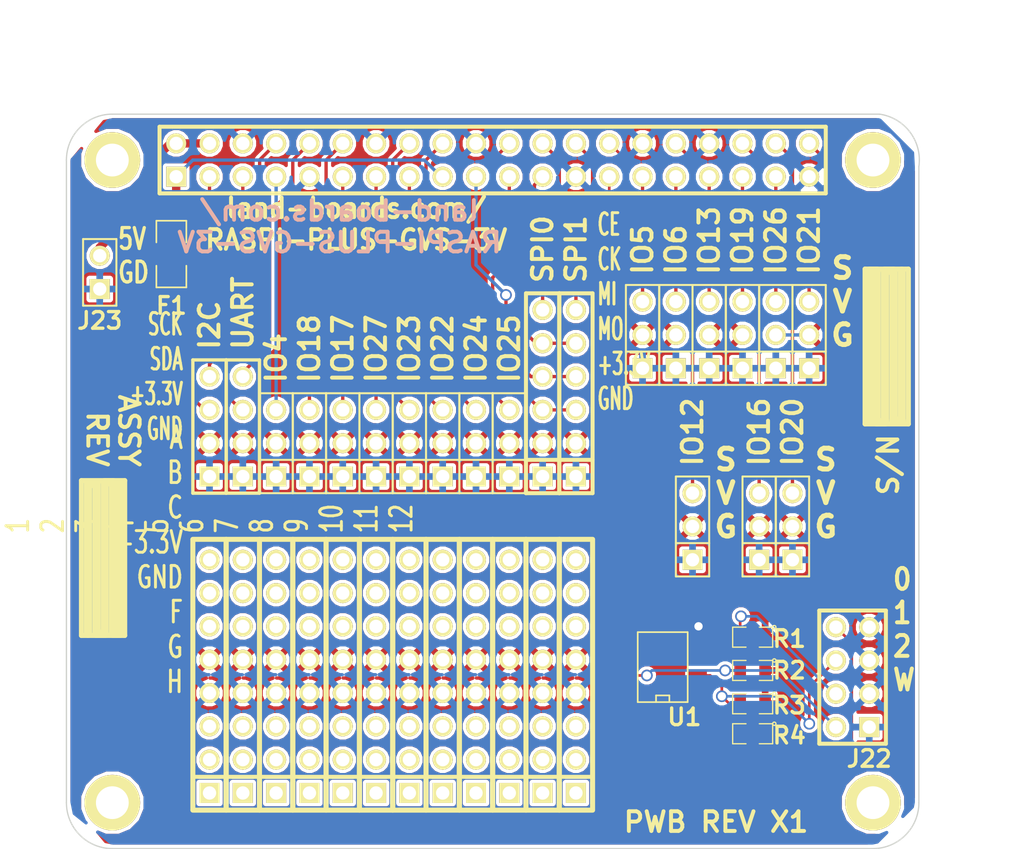
<source format=kicad_pcb>
(kicad_pcb (version 3) (host pcbnew "(2013-04-19 BZR 4011)-stable")
  (layers (15 F.Cu signal) (0 B.Cu signal hide) (20 B.SilkS user hide) (21 F.SilkS user) (22 B.Mask user) (23 F.Mask user) (28 Edge.Cuts user))
  (net 0 "")
  (net 1 /+3.3V)
  (net 2 /A0)
  (net 3 /A1)
  (net 4 /A2)
  (net 5 /GND)
  (net 6 /IO_12)
  (net 7 /IO_13)
  (net 8 /IO_16)
  (net 9 /IO_17)
  (net 10 /IO_18)
  (net 11 /IO_19)
  (net 12 /IO_20)
  (net 13 /IO_21)
  (net 14 /IO_22)
  (net 15 /IO_23)
  (net 16 /IO_24)
  (net 17 /IO_25)
  (net 18 /IO_26)
  (net 19 /IO_27)
  (net 20 /IO_4)
  (net 21 /IO_5)
  (net 22 /IO_6)
  (net 23 /RXD0)
  (net 24 /SCL)
  (net 25 /SCLK1)
  (net 26 /SDA)
  (net 27 /SDA1)
  (net 28 /SPICE0)
  (net 29 /SPICE1)
  (net 30 /SPIMISO)
  (net 31 /SPIMOSI)
  (net 32 /SPISCK)
  (net 33 /TXD0)
  (net 34 /WR)
  (net 35 N-0000083)
  (net 36 N-0000087)
  (module PIN_ARRAY_4x1 (layer F.Cu) (at 13.45 23.82 90)
    (fp_text reference J2 hide)
    (fp_text value CONN_4 hide)
    (pad 1 thru_hole rect (at -3.81 0 90) (size 1.524 1.524) (drill 1.016) (layers *.Cu *.Mask F.SilkS) (net 5 /GND))
    (pad 2 thru_hole circle (at -1.27 0 90) (size 1.524 1.524) (drill 1.016) (layers *.Cu *.Mask F.SilkS) (net 1 /+3.3V))
    (pad 3 thru_hole circle (at 1.27 0 90) (size 1.524 1.524) (drill 1.016) (layers *.Cu *.Mask F.SilkS) (net 33 /TXD0))
    (pad 4 thru_hole circle (at 3.81 0 90) (size 1.524 1.524) (drill 1.016) (layers *.Cu *.Mask F.SilkS) (net 23 /RXD0))
  )
  (module PIN_ARRAY_3X1 (layer F.Cu) (at 18.53 25.09 90)
    (fp_text reference J3 hide)
    (fp_text value CONN_3 hide)
    (pad 1 thru_hole rect (at -2.54 0 90) (size 1.524 1.524) (drill 1.016) (layers *.Cu *.Mask F.SilkS) (net 5 /GND))
    (pad 2 thru_hole circle (at 0 0 90) (size 1.524 1.524) (drill 1.016) (layers *.Cu *.Mask F.SilkS) (net 1 /+3.3V))
    (pad 3 thru_hole circle (at 2.54 0 90) (size 1.524 1.524) (drill 1.016) (layers *.Cu *.Mask F.SilkS) (net 10 /IO_18))
  )
  (module PIN_ARRAY_3X1 (layer F.Cu) (at 23.61 25.09 90)
    (fp_text reference J5 hide)
    (fp_text value CONN_3 hide)
    (pad 1 thru_hole rect (at -2.54 0 90) (size 1.524 1.524) (drill 1.016) (layers *.Cu *.Mask F.SilkS) (net 5 /GND))
    (pad 2 thru_hole circle (at 0 0 90) (size 1.524 1.524) (drill 1.016) (layers *.Cu *.Mask F.SilkS) (net 1 /+3.3V))
    (pad 3 thru_hole circle (at 2.54 0 90) (size 1.524 1.524) (drill 1.016) (layers *.Cu *.Mask F.SilkS) (net 19 /IO_27))
  )
  (module PIN_ARRAY_3X1 (layer F.Cu) (at 28.69 25.09 90)
    (fp_text reference J7 hide)
    (fp_text value CONN_3 hide)
    (pad 1 thru_hole rect (at -2.54 0 90) (size 1.524 1.524) (drill 1.016) (layers *.Cu *.Mask F.SilkS) (net 5 /GND))
    (pad 2 thru_hole circle (at 0 0 90) (size 1.524 1.524) (drill 1.016) (layers *.Cu *.Mask F.SilkS) (net 1 /+3.3V))
    (pad 3 thru_hole circle (at 2.54 0 90) (size 1.524 1.524) (drill 1.016) (layers *.Cu *.Mask F.SilkS) (net 14 /IO_22))
  )
  (module PIN_ARRAY_3X1 (layer F.Cu) (at 33.77 25.09 90)
    (fp_text reference J9 hide)
    (fp_text value CONN_3 hide)
    (pad 1 thru_hole rect (at -2.54 0 90) (size 1.524 1.524) (drill 1.016) (layers *.Cu *.Mask F.SilkS) (net 5 /GND))
    (pad 2 thru_hole circle (at 0 0 90) (size 1.524 1.524) (drill 1.016) (layers *.Cu *.Mask F.SilkS) (net 1 /+3.3V))
    (pad 3 thru_hole circle (at 2.54 0 90) (size 1.524 1.524) (drill 1.016) (layers *.Cu *.Mask F.SilkS) (net 17 /IO_25))
  )
  (module PIN_ARRAY_3X1 (layer F.Cu) (at 26.15 25.09 90)
    (fp_text reference J6 hide)
    (fp_text value CONN_3 hide)
    (pad 1 thru_hole rect (at -2.54 0 90) (size 1.524 1.524) (drill 1.016) (layers *.Cu *.Mask F.SilkS) (net 5 /GND))
    (pad 2 thru_hole circle (at 0 0 90) (size 1.524 1.524) (drill 1.016) (layers *.Cu *.Mask F.SilkS) (net 1 /+3.3V))
    (pad 3 thru_hole circle (at 2.54 0 90) (size 1.524 1.524) (drill 1.016) (layers *.Cu *.Mask F.SilkS) (net 15 /IO_23))
  )
  (module PIN_ARRAY_3X1 (layer F.Cu) (at 31.23 25.09 90)
    (fp_text reference J8 hide)
    (fp_text value CONN_3 hide)
    (pad 1 thru_hole rect (at -2.54 0 90) (size 1.524 1.524) (drill 1.016) (layers *.Cu *.Mask F.SilkS) (net 5 /GND))
    (pad 2 thru_hole circle (at 0 0 90) (size 1.524 1.524) (drill 1.016) (layers *.Cu *.Mask F.SilkS) (net 1 /+3.3V))
    (pad 3 thru_hole circle (at 2.54 0 90) (size 1.524 1.524) (drill 1.016) (layers *.Cu *.Mask F.SilkS) (net 16 /IO_24))
  )
  (module PIN_ARRAY-6X1 (layer F.Cu) (at 38.85 21.28 90)
    (fp_text reference J11 hide)
    (fp_text value CONN_6 hide)
    (pad 1 thru_hole rect (at -6.35 0 90) (size 1.524 1.524) (drill 1.016) (layers *.Cu *.Mask F.SilkS) (net 5 /GND))
    (pad 2 thru_hole circle (at -3.81 0 90) (size 1.524 1.524) (drill 1.016) (layers *.Cu *.Mask F.SilkS) (net 1 /+3.3V))
    (pad 3 thru_hole circle (at -1.27 0 90) (size 1.524 1.524) (drill 1.016) (layers *.Cu *.Mask F.SilkS) (net 31 /SPIMOSI))
    (pad 4 thru_hole circle (at 1.27 0 90) (size 1.524 1.524) (drill 1.016) (layers *.Cu *.Mask F.SilkS) (net 30 /SPIMISO))
    (pad 5 thru_hole circle (at 3.81 0 90) (size 1.524 1.524) (drill 1.016) (layers *.Cu *.Mask F.SilkS) (net 32 /SPISCK))
    (pad 6 thru_hole circle (at 6.35 0 90) (size 1.524 1.524) (drill 1.016) (layers *.Cu *.Mask F.SilkS) (net 29 /SPICE1))
  )
  (module PIN_ARRAY_4x1 (layer F.Cu) (at 10.91 23.82 90)
    (fp_text reference J1 hide)
    (fp_text value CONN_4 hide)
    (pad 1 thru_hole rect (at -3.81 0 90) (size 1.524 1.524) (drill 1.016) (layers *.Cu *.Mask F.SilkS) (net 5 /GND))
    (pad 2 thru_hole circle (at -1.27 0 90) (size 1.524 1.524) (drill 1.016) (layers *.Cu *.Mask F.SilkS) (net 1 /+3.3V))
    (pad 3 thru_hole circle (at 1.27 0 90) (size 1.524 1.524) (drill 1.016) (layers *.Cu *.Mask F.SilkS) (net 27 /SDA1))
    (pad 4 thru_hole circle (at 3.81 0 90) (size 1.524 1.524) (drill 1.016) (layers *.Cu *.Mask F.SilkS) (net 25 /SCLK1))
  )
  (module PIN_ARRAY_3X1 (layer F.Cu) (at 21.07 25.09 90)
    (fp_text reference J4 hide)
    (fp_text value CONN_3 hide)
    (pad 1 thru_hole rect (at -2.54 0 90) (size 1.524 1.524) (drill 1.016) (layers *.Cu *.Mask F.SilkS) (net 5 /GND))
    (pad 2 thru_hole circle (at 0 0 90) (size 1.524 1.524) (drill 1.016) (layers *.Cu *.Mask F.SilkS) (net 1 /+3.3V))
    (pad 3 thru_hole circle (at 2.54 0 90) (size 1.524 1.524) (drill 1.016) (layers *.Cu *.Mask F.SilkS) (net 9 /IO_17))
  )
  (module PIN_ARRAY-6X1 (layer F.Cu) (at 36.31 21.28 90)
    (fp_text reference J10 hide)
    (fp_text value CONN_6 hide)
    (pad 1 thru_hole rect (at -6.35 0 90) (size 1.524 1.524) (drill 1.016) (layers *.Cu *.Mask F.SilkS) (net 5 /GND))
    (pad 2 thru_hole circle (at -3.81 0 90) (size 1.524 1.524) (drill 1.016) (layers *.Cu *.Mask F.SilkS) (net 1 /+3.3V))
    (pad 3 thru_hole circle (at -1.27 0 90) (size 1.524 1.524) (drill 1.016) (layers *.Cu *.Mask F.SilkS) (net 31 /SPIMOSI))
    (pad 4 thru_hole circle (at 1.27 0 90) (size 1.524 1.524) (drill 1.016) (layers *.Cu *.Mask F.SilkS) (net 30 /SPIMISO))
    (pad 5 thru_hole circle (at 3.81 0 90) (size 1.524 1.524) (drill 1.016) (layers *.Cu *.Mask F.SilkS) (net 32 /SPISCK))
    (pad 6 thru_hole circle (at 6.35 0 90) (size 1.524 1.524) (drill 1.016) (layers *.Cu *.Mask F.SilkS) (net 28 /SPICE0))
  )
  (module SM1206 (layer F.Cu) (at 8.001 10.668 270)
    (fp_text reference F1 (at 3.937 0 360) (layer F.SilkS) (effects (font (size 1.27 1.27) (thickness 0.254))))
    (fp_text value FUSE hide)
    (pad 1 smd rect (at -1.651 0 270) (size 1.524 2.032) (layers F.Cu F.Mask) (net 36 N-0000087))
    (pad 2 smd rect (at 1.651 0 270) (size 1.524 2.032) (layers F.Cu F.Mask) (net 1 /+3.3V))
  )
  (module REV_BLOCK (layer F.Cu) (at 62.4205 17.272 270)
    (fp_text reference COUP?2 hide)
    (fp_text value COUPON hide)
  )
  (module REV_BLOCK (layer F.Cu) (at 2.921 34.29 90)
    (fp_text reference COUP?1 hide)
    (fp_text value COUPON hide)
  )
  (module PIN_ARRAY_3X1 (layer F.Cu) (at 43.93 16.835 90)
    (fp_text reference J12 hide)
    (fp_text value CONN_3 hide)
    (pad 1 thru_hole rect (at -2.54 0 90) (size 1.524 1.524) (drill 1.016) (layers *.Cu *.Mask F.SilkS) (net 5 /GND))
    (pad 2 thru_hole circle (at 0 0 90) (size 1.524 1.524) (drill 1.016) (layers *.Cu *.Mask F.SilkS) (net 1 /+3.3V))
    (pad 3 thru_hole circle (at 2.54 0 90) (size 1.524 1.524) (drill 1.016) (layers *.Cu *.Mask F.SilkS) (net 21 /IO_5))
  )
  (module PIN_ARRAY_3X1 (layer F.Cu) (at 46.47 16.835 90)
    (fp_text reference J13 hide)
    (fp_text value CONN_3 hide)
    (pad 1 thru_hole rect (at -2.54 0 90) (size 1.524 1.524) (drill 1.016) (layers *.Cu *.Mask F.SilkS) (net 5 /GND))
    (pad 2 thru_hole circle (at 0 0 90) (size 1.524 1.524) (drill 1.016) (layers *.Cu *.Mask F.SilkS) (net 1 /+3.3V))
    (pad 3 thru_hole circle (at 2.54 0 90) (size 1.524 1.524) (drill 1.016) (layers *.Cu *.Mask F.SilkS) (net 22 /IO_6))
  )
  (module PIN_ARRAY_3X1 (layer F.Cu) (at 49.01 16.835 90)
    (fp_text reference J14 hide)
    (fp_text value CONN_3 hide)
    (pad 1 thru_hole rect (at -2.54 0 90) (size 1.524 1.524) (drill 1.016) (layers *.Cu *.Mask F.SilkS) (net 5 /GND))
    (pad 2 thru_hole circle (at 0 0 90) (size 1.524 1.524) (drill 1.016) (layers *.Cu *.Mask F.SilkS) (net 1 /+3.3V))
    (pad 3 thru_hole circle (at 2.54 0 90) (size 1.524 1.524) (drill 1.016) (layers *.Cu *.Mask F.SilkS) (net 7 /IO_13))
  )
  (module PIN_ARRAY_3X1 (layer F.Cu) (at 51.55 16.835 90)
    (fp_text reference J15 hide)
    (fp_text value CONN_3 hide)
    (pad 1 thru_hole rect (at -2.54 0 90) (size 1.524 1.524) (drill 1.016) (layers *.Cu *.Mask F.SilkS) (net 5 /GND))
    (pad 2 thru_hole circle (at 0 0 90) (size 1.524 1.524) (drill 1.016) (layers *.Cu *.Mask F.SilkS) (net 1 /+3.3V))
    (pad 3 thru_hole circle (at 2.54 0 90) (size 1.524 1.524) (drill 1.016) (layers *.Cu *.Mask F.SilkS) (net 11 /IO_19))
  )
  (module PIN_ARRAY_3X1 (layer F.Cu) (at 54.09 16.835 90)
    (fp_text reference J16 hide)
    (fp_text value CONN_3 hide)
    (pad 1 thru_hole rect (at -2.54 0 90) (size 1.524 1.524) (drill 1.016) (layers *.Cu *.Mask F.SilkS) (net 5 /GND))
    (pad 2 thru_hole circle (at 0 0 90) (size 1.524 1.524) (drill 1.016) (layers *.Cu *.Mask F.SilkS) (net 1 /+3.3V))
    (pad 3 thru_hole circle (at 2.54 0 90) (size 1.524 1.524) (drill 1.016) (layers *.Cu *.Mask F.SilkS) (net 18 /IO_26))
  )
  (module PIN_ARRAY_3X1 (layer F.Cu) (at 47.74 31.44 90)
    (fp_text reference J18 hide)
    (fp_text value CONN_3 hide)
    (pad 1 thru_hole rect (at -2.54 0 90) (size 1.524 1.524) (drill 1.016) (layers *.Cu *.Mask F.SilkS) (net 5 /GND))
    (pad 2 thru_hole circle (at 0 0 90) (size 1.524 1.524) (drill 1.016) (layers *.Cu *.Mask F.SilkS) (net 1 /+3.3V))
    (pad 3 thru_hole circle (at 2.54 0 90) (size 1.524 1.524) (drill 1.016) (layers *.Cu *.Mask F.SilkS) (net 6 /IO_12))
  )
  (module PIN_ARRAY_3X1 (layer F.Cu) (at 52.82 31.44 90)
    (fp_text reference J19 hide)
    (fp_text value CONN_3 hide)
    (pad 1 thru_hole rect (at -2.54 0 90) (size 1.524 1.524) (drill 1.016) (layers *.Cu *.Mask F.SilkS) (net 5 /GND))
    (pad 2 thru_hole circle (at 0 0 90) (size 1.524 1.524) (drill 1.016) (layers *.Cu *.Mask F.SilkS) (net 1 /+3.3V))
    (pad 3 thru_hole circle (at 2.54 0 90) (size 1.524 1.524) (drill 1.016) (layers *.Cu *.Mask F.SilkS) (net 8 /IO_16))
  )
  (module PIN_ARRAY_3X1 (layer F.Cu) (at 55.36 31.44 90)
    (fp_text reference J20 hide)
    (fp_text value CONN_3 hide)
    (pad 1 thru_hole rect (at -2.54 0 90) (size 1.524 1.524) (drill 1.016) (layers *.Cu *.Mask F.SilkS) (net 5 /GND))
    (pad 2 thru_hole circle (at 0 0 90) (size 1.524 1.524) (drill 1.016) (layers *.Cu *.Mask F.SilkS) (net 1 /+3.3V))
    (pad 3 thru_hole circle (at 2.54 0 90) (size 1.524 1.524) (drill 1.016) (layers *.Cu *.Mask F.SilkS) (net 12 /IO_20))
  )
  (module PIN_ARRAY_3X1 (layer F.Cu) (at 56.63 16.835 90)
    (fp_text reference J17 hide)
    (fp_text value CONN_3 hide)
    (pad 1 thru_hole rect (at -2.54 0 90) (size 1.524 1.524) (drill 1.016) (layers *.Cu *.Mask F.SilkS) (net 5 /GND))
    (pad 2 thru_hole circle (at 0 0 90) (size 1.524 1.524) (drill 1.016) (layers *.Cu *.Mask F.SilkS) (net 1 /+3.3V))
    (pad 3 thru_hole circle (at 2.54 0 90) (size 1.524 1.524) (drill 1.016) (layers *.Cu *.Mask F.SilkS) (net 13 /IO_21))
  )
  (module PIN_ARRAY_20X2 (layer F.Cu) (at 32.5 3.5)
    (fp_text reference J24 hide)
    (fp_text value RASPIOPLUS hide)
    (pad 1 thru_hole rect (at -24.13 1.27) (size 1.524 1.524) (drill 1.016) (layers *.Cu *.Mask F.SilkS) (net 36 N-0000087))
    (pad 2 thru_hole circle (at -24.13 -1.27) (size 1.524 1.524) (drill 1.016) (layers *.Cu *.Mask F.SilkS) (net 35 N-0000083))
    (pad 11 thru_hole circle (at -11.43 1.27) (size 1.524 1.524) (drill 1.016) (layers *.Cu *.Mask F.SilkS) (net 9 /IO_17))
    (pad 4 thru_hole circle (at -21.59 -1.27) (size 1.524 1.524) (drill 1.016) (layers *.Cu *.Mask F.SilkS) (net 35 N-0000083))
    (pad 13 thru_hole circle (at -8.89 1.27) (size 1.524 1.524) (drill 1.016) (layers *.Cu *.Mask F.SilkS) (net 19 /IO_27))
    (pad 6 thru_hole circle (at -19.05 -1.27) (size 1.524 1.524) (drill 1.016) (layers *.Cu *.Mask F.SilkS) (net 5 /GND))
    (pad 15 thru_hole circle (at -6.35 1.27) (size 1.524 1.524) (drill 1.016) (layers *.Cu *.Mask F.SilkS) (net 14 /IO_22))
    (pad 8 thru_hole circle (at -16.51 -1.27) (size 1.524 1.524) (drill 1.016) (layers *.Cu *.Mask F.SilkS) (net 33 /TXD0))
    (pad 17 thru_hole circle (at -3.81 1.27) (size 1.524 1.524) (drill 1.016) (layers *.Cu *.Mask F.SilkS) (net 36 N-0000087))
    (pad 10 thru_hole circle (at -13.97 -1.27) (size 1.524 1.524) (drill 1.016) (layers *.Cu *.Mask F.SilkS) (net 23 /RXD0))
    (pad 19 thru_hole circle (at -1.27 1.27) (size 1.524 1.524) (drill 1.016) (layers *.Cu *.Mask F.SilkS) (net 31 /SPIMOSI))
    (pad 12 thru_hole circle (at -11.43 -1.27) (size 1.524 1.524) (drill 1.016) (layers *.Cu *.Mask F.SilkS) (net 10 /IO_18))
    (pad 21 thru_hole circle (at 1.27 1.27) (size 1.524 1.524) (drill 1.016) (layers *.Cu *.Mask F.SilkS) (net 30 /SPIMISO))
    (pad 14 thru_hole circle (at -8.89 -1.27) (size 1.524 1.524) (drill 1.016) (layers *.Cu *.Mask F.SilkS) (net 5 /GND))
    (pad 23 thru_hole circle (at 3.81 1.27) (size 1.524 1.524) (drill 1.016) (layers *.Cu *.Mask F.SilkS) (net 32 /SPISCK))
    (pad 16 thru_hole circle (at -6.35 -1.27) (size 1.524 1.524) (drill 1.016) (layers *.Cu *.Mask F.SilkS) (net 15 /IO_23))
    (pad 25 thru_hole circle (at 6.35 1.27) (size 1.524 1.524) (drill 1.016) (layers *.Cu *.Mask F.SilkS) (net 5 /GND))
    (pad 18 thru_hole circle (at -3.81 -1.27) (size 1.524 1.524) (drill 1.016) (layers *.Cu *.Mask F.SilkS) (net 16 /IO_24))
    (pad 27 thru_hole circle (at 8.89 1.27) (size 1.524 1.524) (drill 1.016) (layers *.Cu *.Mask F.SilkS) (net 26 /SDA))
    (pad 20 thru_hole circle (at -1.27 -1.27) (size 1.524 1.524) (drill 1.016) (layers *.Cu *.Mask F.SilkS) (net 5 /GND))
    (pad 29 thru_hole circle (at 11.43 1.27) (size 1.524 1.524) (drill 1.016) (layers *.Cu *.Mask F.SilkS) (net 21 /IO_5))
    (pad 22 thru_hole circle (at 1.27 -1.27) (size 1.524 1.524) (drill 1.016) (layers *.Cu *.Mask F.SilkS) (net 17 /IO_25))
    (pad 31 thru_hole circle (at 13.97 1.27) (size 1.524 1.524) (drill 1.016) (layers *.Cu *.Mask F.SilkS) (net 22 /IO_6))
    (pad 24 thru_hole circle (at 3.81 -1.27) (size 1.524 1.524) (drill 1.016) (layers *.Cu *.Mask F.SilkS) (net 28 /SPICE0))
    (pad 26 thru_hole circle (at 6.35 -1.27) (size 1.524 1.524) (drill 1.016) (layers *.Cu *.Mask F.SilkS) (net 29 /SPICE1))
    (pad 33 thru_hole circle (at 16.51 1.27) (size 1.524 1.524) (drill 1.016) (layers *.Cu *.Mask F.SilkS) (net 7 /IO_13))
    (pad 28 thru_hole circle (at 8.89 -1.27) (size 1.524 1.524) (drill 1.016) (layers *.Cu *.Mask F.SilkS) (net 24 /SCL))
    (pad 32 thru_hole circle (at 13.97 -1.27) (size 1.524 1.524) (drill 1.016) (layers *.Cu *.Mask F.SilkS) (net 6 /IO_12))
    (pad 34 thru_hole circle (at 16.51 -1.27) (size 1.524 1.524) (drill 1.016) (layers *.Cu *.Mask F.SilkS) (net 5 /GND))
    (pad 36 thru_hole circle (at 19.05 -1.27) (size 1.524 1.524) (drill 1.016) (layers *.Cu *.Mask F.SilkS) (net 8 /IO_16))
    (pad 38 thru_hole circle (at 21.59 -1.27) (size 1.524 1.524) (drill 1.016) (layers *.Cu *.Mask F.SilkS) (net 12 /IO_20))
    (pad 35 thru_hole circle (at 19.05 1.27) (size 1.524 1.524) (drill 1.016) (layers *.Cu *.Mask F.SilkS) (net 11 /IO_19))
    (pad 37 thru_hole circle (at 21.59 1.27) (size 1.524 1.524) (drill 1.016) (layers *.Cu *.Mask F.SilkS) (net 18 /IO_26))
    (pad 3 thru_hole circle (at -21.59 1.27) (size 1.524 1.524) (drill 1.016) (layers *.Cu *.Mask F.SilkS) (net 27 /SDA1))
    (pad 5 thru_hole circle (at -19.05 1.27) (size 1.524 1.524) (drill 1.016) (layers *.Cu *.Mask F.SilkS) (net 25 /SCLK1))
    (pad 7 thru_hole circle (at -16.51 1.27) (size 1.524 1.524) (drill 1.016) (layers *.Cu *.Mask F.SilkS) (net 20 /IO_4))
    (pad 9 thru_hole circle (at -13.97 1.27) (size 1.524 1.524) (drill 1.016) (layers *.Cu *.Mask F.SilkS) (net 5 /GND))
    (pad 39 thru_hole circle (at 24.13 1.27) (size 1.524 1.524) (drill 1.016) (layers *.Cu *.Mask F.SilkS) (net 5 /GND))
    (pad 40 thru_hole circle (at 24.13 -1.27) (size 1.524 1.524) (drill 1.016) (layers *.Cu *.Mask F.SilkS) (net 13 /IO_21))
    (pad 30 thru_hole circle (at 11.43 -1.27) (size 1.524 1.524) (drill 1.016) (layers *.Cu *.Mask F.SilkS) (net 5 /GND))
  )
  (module MTG-2.5MM (layer F.Cu) (at 61.5 52.5)
    (fp_text reference MTG4 hide)
    (fp_text value CONN_1 hide)
    (pad 1 thru_hole circle (at 0 0) (size 4.2418 4.2418) (drill 2.49936) (layers *.Cu *.Mask F.SilkS))
  )
  (module MTG-2.5MM (layer F.Cu) (at 3.5 52.5)
    (fp_text reference MTG3 hide)
    (fp_text value CONN_1 hide)
    (pad 1 thru_hole circle (at 0 0) (size 4.2418 4.2418) (drill 2.49936) (layers *.Cu *.Mask F.SilkS))
  )
  (module MTG-2.5MM (layer F.Cu) (at 61.5 3.5)
    (fp_text reference MTG2 hide)
    (fp_text value CONN_1 hide)
    (pad 1 thru_hole circle (at 0 0) (size 4.2418 4.2418) (drill 2.49936) (layers *.Cu *.Mask F.SilkS))
  )
  (module MTG-2.5MM (layer F.Cu) (at 3.5 3.5)
    (fp_text reference MTG1 hide)
    (fp_text value CONN_1 hide)
    (pad 1 thru_hole circle (at 0 0) (size 4.2418 4.2418) (drill 2.49936) (layers *.Cu *.Mask F.SilkS))
  )
  (module PIN_ARRAY_3X1 (layer F.Cu) (at 15.99 25.09 90)
    (fp_text reference J21 hide)
    (fp_text value CONN_3 hide)
    (pad 1 thru_hole rect (at -2.54 0 90) (size 1.524 1.524) (drill 1.016) (layers *.Cu *.Mask F.SilkS) (net 5 /GND))
    (pad 2 thru_hole circle (at 0 0 90) (size 1.524 1.524) (drill 1.016) (layers *.Cu *.Mask F.SilkS) (net 1 /+3.3V))
    (pad 3 thru_hole circle (at 2.54 0 90) (size 1.524 1.524) (drill 1.016) (layers *.Cu *.Mask F.SilkS) (net 20 /IO_4))
  )
  (module PIN_ARRAY-8X1 (layer F.Cu) (at 10.91 42.87 90)
    (fp_text reference P1 hide)
    (fp_text value CONN_8 hide)
    (pad 6 thru_hole circle (at 3.81 0 90) (size 1.524 1.524) (drill 1.016) (layers *.Cu *.Mask F.SilkS))
    (pad 5 thru_hole circle (at 1.27 0 90) (size 1.524 1.524) (drill 1.016) (layers *.Cu *.Mask F.SilkS) (net 1 /+3.3V))
    (pad 1 thru_hole rect (at -8.89 0 90) (size 1.524 1.524) (drill 1.016) (layers *.Cu *.Mask F.SilkS))
    (pad 2 thru_hole circle (at -6.35 0 90) (size 1.524 1.524) (drill 1.016) (layers *.Cu *.Mask F.SilkS))
    (pad 3 thru_hole circle (at -3.81 0 90) (size 1.524 1.524) (drill 1.016) (layers *.Cu *.Mask F.SilkS))
    (pad 4 thru_hole circle (at -1.27 0 90) (size 1.524 1.524) (drill 1.016) (layers *.Cu *.Mask F.SilkS) (net 5 /GND))
    (pad 7 thru_hole circle (at 6.35 0 90) (size 1.524 1.524) (drill 1.016) (layers *.Cu *.Mask F.SilkS))
    (pad 8 thru_hole circle (at 8.89 0 90) (size 1.524 1.524) (drill 1.016) (layers *.Cu *.Mask F.SilkS))
  )
  (module PIN_ARRAY-8X1 (layer F.Cu) (at 13.45 42.87 90)
    (fp_text reference P2 hide)
    (fp_text value CONN_8 hide)
    (pad 6 thru_hole circle (at 3.81 0 90) (size 1.524 1.524) (drill 1.016) (layers *.Cu *.Mask F.SilkS))
    (pad 5 thru_hole circle (at 1.27 0 90) (size 1.524 1.524) (drill 1.016) (layers *.Cu *.Mask F.SilkS) (net 1 /+3.3V))
    (pad 1 thru_hole rect (at -8.89 0 90) (size 1.524 1.524) (drill 1.016) (layers *.Cu *.Mask F.SilkS))
    (pad 2 thru_hole circle (at -6.35 0 90) (size 1.524 1.524) (drill 1.016) (layers *.Cu *.Mask F.SilkS))
    (pad 3 thru_hole circle (at -3.81 0 90) (size 1.524 1.524) (drill 1.016) (layers *.Cu *.Mask F.SilkS))
    (pad 4 thru_hole circle (at -1.27 0 90) (size 1.524 1.524) (drill 1.016) (layers *.Cu *.Mask F.SilkS) (net 5 /GND))
    (pad 7 thru_hole circle (at 6.35 0 90) (size 1.524 1.524) (drill 1.016) (layers *.Cu *.Mask F.SilkS))
    (pad 8 thru_hole circle (at 8.89 0 90) (size 1.524 1.524) (drill 1.016) (layers *.Cu *.Mask F.SilkS))
  )
  (module PIN_ARRAY-8X1 (layer F.Cu) (at 15.99 42.87 90)
    (fp_text reference P3 hide)
    (fp_text value CONN_8 hide)
    (pad 6 thru_hole circle (at 3.81 0 90) (size 1.524 1.524) (drill 1.016) (layers *.Cu *.Mask F.SilkS))
    (pad 5 thru_hole circle (at 1.27 0 90) (size 1.524 1.524) (drill 1.016) (layers *.Cu *.Mask F.SilkS) (net 1 /+3.3V))
    (pad 1 thru_hole rect (at -8.89 0 90) (size 1.524 1.524) (drill 1.016) (layers *.Cu *.Mask F.SilkS))
    (pad 2 thru_hole circle (at -6.35 0 90) (size 1.524 1.524) (drill 1.016) (layers *.Cu *.Mask F.SilkS))
    (pad 3 thru_hole circle (at -3.81 0 90) (size 1.524 1.524) (drill 1.016) (layers *.Cu *.Mask F.SilkS))
    (pad 4 thru_hole circle (at -1.27 0 90) (size 1.524 1.524) (drill 1.016) (layers *.Cu *.Mask F.SilkS) (net 5 /GND))
    (pad 7 thru_hole circle (at 6.35 0 90) (size 1.524 1.524) (drill 1.016) (layers *.Cu *.Mask F.SilkS))
    (pad 8 thru_hole circle (at 8.89 0 90) (size 1.524 1.524) (drill 1.016) (layers *.Cu *.Mask F.SilkS))
  )
  (module PIN_ARRAY-8X1 (layer F.Cu) (at 18.53 42.87 90)
    (fp_text reference P4 hide)
    (fp_text value CONN_8 hide)
    (pad 6 thru_hole circle (at 3.81 0 90) (size 1.524 1.524) (drill 1.016) (layers *.Cu *.Mask F.SilkS))
    (pad 5 thru_hole circle (at 1.27 0 90) (size 1.524 1.524) (drill 1.016) (layers *.Cu *.Mask F.SilkS) (net 1 /+3.3V))
    (pad 1 thru_hole rect (at -8.89 0 90) (size 1.524 1.524) (drill 1.016) (layers *.Cu *.Mask F.SilkS))
    (pad 2 thru_hole circle (at -6.35 0 90) (size 1.524 1.524) (drill 1.016) (layers *.Cu *.Mask F.SilkS))
    (pad 3 thru_hole circle (at -3.81 0 90) (size 1.524 1.524) (drill 1.016) (layers *.Cu *.Mask F.SilkS))
    (pad 4 thru_hole circle (at -1.27 0 90) (size 1.524 1.524) (drill 1.016) (layers *.Cu *.Mask F.SilkS) (net 5 /GND))
    (pad 7 thru_hole circle (at 6.35 0 90) (size 1.524 1.524) (drill 1.016) (layers *.Cu *.Mask F.SilkS))
    (pad 8 thru_hole circle (at 8.89 0 90) (size 1.524 1.524) (drill 1.016) (layers *.Cu *.Mask F.SilkS))
  )
  (module PIN_ARRAY-8X1 (layer F.Cu) (at 21.07 42.87 90)
    (fp_text reference P5 hide)
    (fp_text value CONN_8 hide)
    (pad 6 thru_hole circle (at 3.81 0 90) (size 1.524 1.524) (drill 1.016) (layers *.Cu *.Mask F.SilkS))
    (pad 5 thru_hole circle (at 1.27 0 90) (size 1.524 1.524) (drill 1.016) (layers *.Cu *.Mask F.SilkS) (net 1 /+3.3V))
    (pad 1 thru_hole rect (at -8.89 0 90) (size 1.524 1.524) (drill 1.016) (layers *.Cu *.Mask F.SilkS))
    (pad 2 thru_hole circle (at -6.35 0 90) (size 1.524 1.524) (drill 1.016) (layers *.Cu *.Mask F.SilkS))
    (pad 3 thru_hole circle (at -3.81 0 90) (size 1.524 1.524) (drill 1.016) (layers *.Cu *.Mask F.SilkS))
    (pad 4 thru_hole circle (at -1.27 0 90) (size 1.524 1.524) (drill 1.016) (layers *.Cu *.Mask F.SilkS) (net 5 /GND))
    (pad 7 thru_hole circle (at 6.35 0 90) (size 1.524 1.524) (drill 1.016) (layers *.Cu *.Mask F.SilkS))
    (pad 8 thru_hole circle (at 8.89 0 90) (size 1.524 1.524) (drill 1.016) (layers *.Cu *.Mask F.SilkS))
  )
  (module PIN_ARRAY-8X1 (layer F.Cu) (at 23.61 42.87 90)
    (fp_text reference P6 hide)
    (fp_text value CONN_8 hide)
    (pad 6 thru_hole circle (at 3.81 0 90) (size 1.524 1.524) (drill 1.016) (layers *.Cu *.Mask F.SilkS))
    (pad 5 thru_hole circle (at 1.27 0 90) (size 1.524 1.524) (drill 1.016) (layers *.Cu *.Mask F.SilkS) (net 1 /+3.3V))
    (pad 1 thru_hole rect (at -8.89 0 90) (size 1.524 1.524) (drill 1.016) (layers *.Cu *.Mask F.SilkS))
    (pad 2 thru_hole circle (at -6.35 0 90) (size 1.524 1.524) (drill 1.016) (layers *.Cu *.Mask F.SilkS))
    (pad 3 thru_hole circle (at -3.81 0 90) (size 1.524 1.524) (drill 1.016) (layers *.Cu *.Mask F.SilkS))
    (pad 4 thru_hole circle (at -1.27 0 90) (size 1.524 1.524) (drill 1.016) (layers *.Cu *.Mask F.SilkS) (net 5 /GND))
    (pad 7 thru_hole circle (at 6.35 0 90) (size 1.524 1.524) (drill 1.016) (layers *.Cu *.Mask F.SilkS))
    (pad 8 thru_hole circle (at 8.89 0 90) (size 1.524 1.524) (drill 1.016) (layers *.Cu *.Mask F.SilkS))
  )
  (module PIN_ARRAY-8X1 (layer F.Cu) (at 26.15 42.87 90)
    (fp_text reference P7 hide)
    (fp_text value CONN_8 hide)
    (pad 6 thru_hole circle (at 3.81 0 90) (size 1.524 1.524) (drill 1.016) (layers *.Cu *.Mask F.SilkS))
    (pad 5 thru_hole circle (at 1.27 0 90) (size 1.524 1.524) (drill 1.016) (layers *.Cu *.Mask F.SilkS) (net 1 /+3.3V))
    (pad 1 thru_hole rect (at -8.89 0 90) (size 1.524 1.524) (drill 1.016) (layers *.Cu *.Mask F.SilkS))
    (pad 2 thru_hole circle (at -6.35 0 90) (size 1.524 1.524) (drill 1.016) (layers *.Cu *.Mask F.SilkS))
    (pad 3 thru_hole circle (at -3.81 0 90) (size 1.524 1.524) (drill 1.016) (layers *.Cu *.Mask F.SilkS))
    (pad 4 thru_hole circle (at -1.27 0 90) (size 1.524 1.524) (drill 1.016) (layers *.Cu *.Mask F.SilkS) (net 5 /GND))
    (pad 7 thru_hole circle (at 6.35 0 90) (size 1.524 1.524) (drill 1.016) (layers *.Cu *.Mask F.SilkS))
    (pad 8 thru_hole circle (at 8.89 0 90) (size 1.524 1.524) (drill 1.016) (layers *.Cu *.Mask F.SilkS))
  )
  (module PIN_ARRAY-8X1 (layer F.Cu) (at 28.69 42.87 90)
    (fp_text reference P8 hide)
    (fp_text value CONN_8 hide)
    (pad 6 thru_hole circle (at 3.81 0 90) (size 1.524 1.524) (drill 1.016) (layers *.Cu *.Mask F.SilkS))
    (pad 5 thru_hole circle (at 1.27 0 90) (size 1.524 1.524) (drill 1.016) (layers *.Cu *.Mask F.SilkS) (net 1 /+3.3V))
    (pad 1 thru_hole rect (at -8.89 0 90) (size 1.524 1.524) (drill 1.016) (layers *.Cu *.Mask F.SilkS))
    (pad 2 thru_hole circle (at -6.35 0 90) (size 1.524 1.524) (drill 1.016) (layers *.Cu *.Mask F.SilkS))
    (pad 3 thru_hole circle (at -3.81 0 90) (size 1.524 1.524) (drill 1.016) (layers *.Cu *.Mask F.SilkS))
    (pad 4 thru_hole circle (at -1.27 0 90) (size 1.524 1.524) (drill 1.016) (layers *.Cu *.Mask F.SilkS) (net 5 /GND))
    (pad 7 thru_hole circle (at 6.35 0 90) (size 1.524 1.524) (drill 1.016) (layers *.Cu *.Mask F.SilkS))
    (pad 8 thru_hole circle (at 8.89 0 90) (size 1.524 1.524) (drill 1.016) (layers *.Cu *.Mask F.SilkS))
  )
  (module PIN_ARRAY-8X1 (layer F.Cu) (at 31.23 42.87 90)
    (fp_text reference P9 hide)
    (fp_text value CONN_8 hide)
    (pad 6 thru_hole circle (at 3.81 0 90) (size 1.524 1.524) (drill 1.016) (layers *.Cu *.Mask F.SilkS))
    (pad 5 thru_hole circle (at 1.27 0 90) (size 1.524 1.524) (drill 1.016) (layers *.Cu *.Mask F.SilkS) (net 1 /+3.3V))
    (pad 1 thru_hole rect (at -8.89 0 90) (size 1.524 1.524) (drill 1.016) (layers *.Cu *.Mask F.SilkS))
    (pad 2 thru_hole circle (at -6.35 0 90) (size 1.524 1.524) (drill 1.016) (layers *.Cu *.Mask F.SilkS))
    (pad 3 thru_hole circle (at -3.81 0 90) (size 1.524 1.524) (drill 1.016) (layers *.Cu *.Mask F.SilkS))
    (pad 4 thru_hole circle (at -1.27 0 90) (size 1.524 1.524) (drill 1.016) (layers *.Cu *.Mask F.SilkS) (net 5 /GND))
    (pad 7 thru_hole circle (at 6.35 0 90) (size 1.524 1.524) (drill 1.016) (layers *.Cu *.Mask F.SilkS))
    (pad 8 thru_hole circle (at 8.89 0 90) (size 1.524 1.524) (drill 1.016) (layers *.Cu *.Mask F.SilkS))
  )
  (module PIN_ARRAY-8X1 (layer F.Cu) (at 33.77 42.87 90)
    (fp_text reference P10 hide)
    (fp_text value CONN_8 hide)
    (pad 6 thru_hole circle (at 3.81 0 90) (size 1.524 1.524) (drill 1.016) (layers *.Cu *.Mask F.SilkS))
    (pad 5 thru_hole circle (at 1.27 0 90) (size 1.524 1.524) (drill 1.016) (layers *.Cu *.Mask F.SilkS) (net 1 /+3.3V))
    (pad 1 thru_hole rect (at -8.89 0 90) (size 1.524 1.524) (drill 1.016) (layers *.Cu *.Mask F.SilkS))
    (pad 2 thru_hole circle (at -6.35 0 90) (size 1.524 1.524) (drill 1.016) (layers *.Cu *.Mask F.SilkS))
    (pad 3 thru_hole circle (at -3.81 0 90) (size 1.524 1.524) (drill 1.016) (layers *.Cu *.Mask F.SilkS))
    (pad 4 thru_hole circle (at -1.27 0 90) (size 1.524 1.524) (drill 1.016) (layers *.Cu *.Mask F.SilkS) (net 5 /GND))
    (pad 7 thru_hole circle (at 6.35 0 90) (size 1.524 1.524) (drill 1.016) (layers *.Cu *.Mask F.SilkS))
    (pad 8 thru_hole circle (at 8.89 0 90) (size 1.524 1.524) (drill 1.016) (layers *.Cu *.Mask F.SilkS))
  )
  (module PIN_ARRAY-8X1 (layer F.Cu) (at 36.31 42.87 90)
    (fp_text reference P11 hide)
    (fp_text value CONN_8 hide)
    (pad 6 thru_hole circle (at 3.81 0 90) (size 1.524 1.524) (drill 1.016) (layers *.Cu *.Mask F.SilkS))
    (pad 5 thru_hole circle (at 1.27 0 90) (size 1.524 1.524) (drill 1.016) (layers *.Cu *.Mask F.SilkS) (net 1 /+3.3V))
    (pad 1 thru_hole rect (at -8.89 0 90) (size 1.524 1.524) (drill 1.016) (layers *.Cu *.Mask F.SilkS))
    (pad 2 thru_hole circle (at -6.35 0 90) (size 1.524 1.524) (drill 1.016) (layers *.Cu *.Mask F.SilkS))
    (pad 3 thru_hole circle (at -3.81 0 90) (size 1.524 1.524) (drill 1.016) (layers *.Cu *.Mask F.SilkS))
    (pad 4 thru_hole circle (at -1.27 0 90) (size 1.524 1.524) (drill 1.016) (layers *.Cu *.Mask F.SilkS) (net 5 /GND))
    (pad 7 thru_hole circle (at 6.35 0 90) (size 1.524 1.524) (drill 1.016) (layers *.Cu *.Mask F.SilkS))
    (pad 8 thru_hole circle (at 8.89 0 90) (size 1.524 1.524) (drill 1.016) (layers *.Cu *.Mask F.SilkS))
  )
  (module PIN_ARRAY-8X1 (layer F.Cu) (at 38.85 42.87 90)
    (fp_text reference P12 hide)
    (fp_text value CONN_8 hide)
    (pad 6 thru_hole circle (at 3.81 0 90) (size 1.524 1.524) (drill 1.016) (layers *.Cu *.Mask F.SilkS))
    (pad 5 thru_hole circle (at 1.27 0 90) (size 1.524 1.524) (drill 1.016) (layers *.Cu *.Mask F.SilkS) (net 1 /+3.3V))
    (pad 1 thru_hole rect (at -8.89 0 90) (size 1.524 1.524) (drill 1.016) (layers *.Cu *.Mask F.SilkS))
    (pad 2 thru_hole circle (at -6.35 0 90) (size 1.524 1.524) (drill 1.016) (layers *.Cu *.Mask F.SilkS))
    (pad 3 thru_hole circle (at -3.81 0 90) (size 1.524 1.524) (drill 1.016) (layers *.Cu *.Mask F.SilkS))
    (pad 4 thru_hole circle (at -1.27 0 90) (size 1.524 1.524) (drill 1.016) (layers *.Cu *.Mask F.SilkS) (net 5 /GND))
    (pad 7 thru_hole circle (at 6.35 0 90) (size 1.524 1.524) (drill 1.016) (layers *.Cu *.Mask F.SilkS))
    (pad 8 thru_hole circle (at 8.89 0 90) (size 1.524 1.524) (drill 1.016) (layers *.Cu *.Mask F.SilkS))
  )
  (module SM0805 (layer F.Cu) (at 52.324 39.878 180)
    (fp_text reference R1 (at -2.794 -0.127 180) (layer F.SilkS) (effects (font (size 1.27 1.27) (thickness 0.254))))
    (fp_text value 5.6K hide)
    (pad 1 smd rect (at -0.9525 0 180) (size 0.889 1.397) (layers F.Cu F.Mask) (net 1 /+3.3V))
    (pad 2 smd rect (at 0.9525 0 180) (size 0.889 1.397) (layers F.Cu F.Mask) (net 4 /A2))
  )
  (module SM0805 (layer F.Cu) (at 52.324 44.958 180)
    (fp_text reference R3 (at -2.794 -0.127 180) (layer F.SilkS) (effects (font (size 1.27 1.27) (thickness 0.254))))
    (fp_text value 5.6K hide)
    (pad 1 smd rect (at -0.9525 0 180) (size 0.889 1.397) (layers F.Cu F.Mask) (net 1 /+3.3V))
    (pad 2 smd rect (at 0.9525 0 180) (size 0.889 1.397) (layers F.Cu F.Mask) (net 3 /A1))
  )
  (module SM0805 (layer F.Cu) (at 52.324 47.244 180)
    (fp_text reference R4 (at -2.794 -0.127 180) (layer F.SilkS) (effects (font (size 1.27 1.27) (thickness 0.254))))
    (fp_text value 5.6K hide)
    (pad 1 smd rect (at -0.9525 0 180) (size 0.889 1.397) (layers F.Cu F.Mask) (net 1 /+3.3V))
    (pad 2 smd rect (at 0.9525 0 180) (size 0.889 1.397) (layers F.Cu F.Mask) (net 2 /A0))
  )
  (module SM0805 (layer F.Cu) (at 52.324 42.418 180)
    (fp_text reference R2 (at -2.794 0 180) (layer F.SilkS) (effects (font (size 1.27 1.27) (thickness 0.254))))
    (fp_text value 5.6K hide)
    (pad 1 smd rect (at -0.9525 0 180) (size 0.889 1.397) (layers F.Cu F.Mask) (net 1 /+3.3V))
    (pad 2 smd rect (at 0.9525 0 180) (size 0.889 1.397) (layers F.Cu F.Mask) (net 34 /WR))
  )
  (module SO8E (layer F.Cu) (at 45.466 42.164 90)
    (fp_text reference U1 (at -3.81 1.651 180) (layer F.SilkS) (effects (font (size 1.27 1.27) (thickness 0.254))))
    (fp_text value 24C512 hide)
    (pad 8 smd rect (at -1.905 -2.667 90) (size 0.59944 1.39954) (layers F.Cu F.Mask) (net 1 /+3.3V))
    (pad 1 smd rect (at -1.905 2.667 90) (size 0.59944 1.39954) (layers F.Cu F.Mask) (net 2 /A0))
    (pad 7 smd rect (at -0.635 -2.667 90) (size 0.59944 1.39954) (layers F.Cu F.Mask) (net 34 /WR))
    (pad 6 smd rect (at 0.635 -2.667 90) (size 0.59944 1.39954) (layers F.Cu F.Mask) (net 24 /SCL))
    (pad 5 smd rect (at 1.905 -2.667 90) (size 0.59944 1.39954) (layers F.Cu F.Mask) (net 26 /SDA))
    (pad 2 smd rect (at -0.635 2.667 90) (size 0.59944 1.39954) (layers F.Cu F.Mask) (net 3 /A1))
    (pad 3 smd rect (at 0.635 2.667 90) (size 0.59944 1.39954) (layers F.Cu F.Mask) (net 4 /A2))
    (pad 4 smd rect (at 1.905 2.667 90) (size 0.59944 1.39954) (layers F.Cu F.Mask) (net 5 /GND))
  )
  (module pin_array_4x2 (layer F.Cu) (at 59.944 42.926 90)
    (fp_text reference J22 (at -6.223 1.27 180) (layer F.SilkS) (effects (font (size 1.27 1.27) (thickness 0.254))))
    (fp_text value CONN_4X2 hide)
    (pad 1 thru_hole rect (at -3.81 1.27 90) (size 1.524 1.524) (drill 1.016) (layers *.Cu *.Mask F.SilkS) (net 5 /GND))
    (pad 2 thru_hole circle (at -3.81 -1.27 90) (size 1.524 1.524) (drill 1.016) (layers *.Cu *.Mask F.SilkS) (net 34 /WR))
    (pad 3 thru_hole circle (at -1.27 1.27 90) (size 1.524 1.524) (drill 1.016) (layers *.Cu *.Mask F.SilkS) (net 5 /GND))
    (pad 4 thru_hole circle (at -1.27 -1.27 90) (size 1.524 1.524) (drill 1.016) (layers *.Cu *.Mask F.SilkS) (net 4 /A2))
    (pad 5 thru_hole circle (at 1.27 1.27 90) (size 1.524 1.524) (drill 1.016) (layers *.Cu *.Mask F.SilkS) (net 5 /GND))
    (pad 6 thru_hole circle (at 1.27 -1.27 90) (size 1.524 1.524) (drill 1.016) (layers *.Cu *.Mask F.SilkS) (net 3 /A1))
    (pad 7 thru_hole circle (at 3.81 1.27 90) (size 1.524 1.524) (drill 1.016) (layers *.Cu *.Mask F.SilkS) (net 5 /GND))
    (pad 8 thru_hole circle (at 3.81 -1.27 90) (size 1.524 1.524) (drill 1.016) (layers *.Cu *.Mask F.SilkS) (net 2 /A0))
  )
  (module PIN_ARRAY_2X1 (layer F.Cu) (at 2.54 12.065 90)
    (fp_text reference J23 (at -3.683 0 180) (layer F.SilkS) (effects (font (size 1.27 1.27) (thickness 0.254))))
    (fp_text value CONN_2 hide)
    (pad 1 thru_hole rect (at -1.27 0 90) (size 1.524 1.524) (drill 1.016) (layers *.Cu *.Mask F.SilkS) (net 5 /GND))
    (pad 2 thru_hole circle (at 1.27 0 90) (size 1.524 1.524) (drill 1.016) (layers *.Cu *.Mask F.SilkS) (net 35 N-0000083))
  )
  (gr_text "5V\nGD" (at 3.81 10.795) (layer F.SilkS) (effects (font (size 1.5875 1.143) (thickness 0.254)) (justify left)))
  (gr_text "0\n1\n2\nW" (at 62.865 39.3065) (layer F.SilkS) (effects (font (size 1.5875 1.397) (thickness 0.3048)) (justify left)))
  (gr_text "1\n2\n3\n4\n5\n6\n7\n8\n9\n10\n11\n12" (at 10.91 32.075 90) (layer F.SilkS) (effects (font (size 1.651 1.143) (thickness 0.22225)) (justify left)))
  (gr_text "A\nB\nC\n+3.3V\nGND\nF\nG\nH" (at 9.005 33.98) (layer F.SilkS) (effects (font (size 1.651 1.143) (thickness 0.22225)) (justify right)))
  (gr_text "S\nV\nG" (at 57.9 28.9) (layer F.SilkS) (effects (font (size 1.5875 1.5875) (thickness 0.381))))
  (gr_text IO20 (at 55.36 26.995 90) (layer F.SilkS) (effects (font (size 1.5 1.5) (thickness 0.3)) (justify left)))
  (gr_text IO16 (at 52.82 26.995 90) (layer F.SilkS) (effects (font (size 1.5 1.5) (thickness 0.3)) (justify left)))
  (gr_text IO12 (at 47.74 26.995 90) (layer F.SilkS) (effects (font (size 1.5 1.5) (thickness 0.3)) (justify left)))
  (gr_text IO21 (at 56.63 12.39 90) (layer F.SilkS) (effects (font (size 1.5 1.5) (thickness 0.3)) (justify left)))
  (gr_text IO26 (at 54.09 12.39 90) (layer F.SilkS) (effects (font (size 1.5 1.5) (thickness 0.3)) (justify left)))
  (gr_text IO19 (at 51.55 12.39 90) (layer F.SilkS) (effects (font (size 1.5 1.5) (thickness 0.3)) (justify left)))
  (gr_text IO13 (at 49.01 12.39 90) (layer F.SilkS) (effects (font (size 1.5 1.5) (thickness 0.3)) (justify left)))
  (gr_text IO6 (at 46.47 12.39 90) (layer F.SilkS) (effects (font (size 1.5 1.5) (thickness 0.3)) (justify left)))
  (gr_text IO5 (at 43.93 12.39 90) (layer F.SilkS) (effects (font (size 1.5 1.5) (thickness 0.3)) (justify left)))
  (gr_text IO24 (at 31.23 20.645 90) (layer F.SilkS) (effects (font (size 1.5 1.5) (thickness 0.3)) (justify left)))
  (gr_text IO4 (at 15.99 20.645 90) (layer F.SilkS) (effects (font (size 1.5 1.5) (thickness 0.3)) (justify left)))
  (gr_text "S\nV\nG" (at 59.17 14.295) (layer F.SilkS) (effects (font (size 1.5875 1.5875) (thickness 0.381))))
  (gr_text "S\nV\nG" (at 50.28 28.9) (layer F.SilkS) (effects (font (size 1.5875 1.5875) (thickness 0.381))))
  (gr_text "land-boards.com/\nRASPI-PLUS-GVS-3V" (at 20.816 8.58) (layer B.SilkS) (effects (font (size 1.5 1.5) (thickness 0.3)) (justify mirror)))
  (gr_line (start 61.5 56) (end 3.5 56) (angle 90) (layer Edge.Cuts) (width 0.1))
  (gr_line (start 65 4) (end 65 52.5) (angle 90) (layer Edge.Cuts) (width 0.1))
  (gr_line (start 3.5 0) (end 62 0) (angle 90) (layer Edge.Cuts) (width 0.1))
  (gr_line (start 0 52.5) (end 0 3.5) (angle 90) (layer Edge.Cuts) (width 0.1))
  (gr_arc (start 61.5 3.5) (end 62 0) (angle 90) (layer Edge.Cuts) (width 0.1))
  (gr_arc (start 61.5 52.5) (end 65 52.5) (angle 90) (layer Edge.Cuts) (width 0.1))
  (gr_arc (start 3.5 52.5) (end 3.5 56) (angle 90) (layer Edge.Cuts) (width 0.1))
  (gr_arc (start 3.5 3.5) (end 0 3.5) (angle 90) (layer Edge.Cuts) (width 0.1))
  (gr_text "PWB REV X1" (at 49.53 53.975) (layer F.SilkS) (effects (font (size 1.5 1.5) (thickness 0.3))))
  (gr_text "ASSY\nREV" (at 3.556 27.051 270) (layer F.SilkS) (effects (font (size 1.5 1.5) (thickness 0.3)) (justify right)))
  (gr_text S/N (at 62.6745 26.7335 90) (layer F.SilkS) (effects (font (size 1.5 1.5) (thickness 0.3))))
  (gr_text "SCK\nSDA\n+3.3V\nGND" (at 9.005 20.01) (layer F.SilkS) (effects (font (size 1.651 0.889) (thickness 0.22225)) (justify right)))
  (gr_text "CE\nCK\nMI\nMO\n+3.3V\nGND" (at 40.374 15.057) (layer F.SilkS) (effects (font (size 1.651 0.889) (thickness 0.22225)) (justify left)))
  (gr_text "land-boards.com/\nRASPI-PLUS-GVS-3V" (at 22.098 8.382) (layer F.SilkS) (effects (font (size 1.5 1.397) (thickness 0.3))))
  (gr_text SPI1 (at 38.85 13.025 90) (layer F.SilkS) (effects (font (size 1.5 1.5) (thickness 0.3)) (justify left)))
  (gr_text SPI0 (at 36.31 13.025 90) (layer F.SilkS) (effects (font (size 1.5 1.5) (thickness 0.3)) (justify left)))
  (gr_text IO25 (at 33.77 20.645 90) (layer F.SilkS) (effects (font (size 1.5 1.5) (thickness 0.3)) (justify left)))
  (gr_text IO22 (at 28.69 20.645 90) (layer F.SilkS) (effects (font (size 1.5 1.5) (thickness 0.3)) (justify left)))
  (gr_text IO23 (at 26.15 20.645 90) (layer F.SilkS) (effects (font (size 1.5 1.5) (thickness 0.3)) (justify left)))
  (gr_text IO27 (at 23.61 20.645 90) (layer F.SilkS) (effects (font (size 1.5 1.5) (thickness 0.3)) (justify left)))
  (gr_text IO17 (at 21.07 20.645 90) (layer F.SilkS) (effects (font (size 1.5 1.5) (thickness 0.3)) (justify left)))
  (gr_text IO18 (at 18.53 20.645 90) (layer F.SilkS) (effects (font (size 1.5 1.5) (thickness 0.3)) (justify left)))
  (gr_text UART (at 13.45 18.105 90) (layer F.SilkS) (effects (font (size 1.5 1.5) (thickness 0.3)) (justify left)))
  (gr_text I2C (at 10.91 18.105 90) (layer F.SilkS) (effects (font (size 1.5 1.5) (thickness 0.3)) (justify left)))
  (segment (start 54.09 16.835) (end 56.63 16.835) (width 0.254) (layer B.Cu) (net 1))
  (segment (start 51.3715 47.244) (end 51.308 47.244) (width 0.254) (layer F.Cu) (net 2))
  (segment (start 51.308 47.244) (end 48.133 44.069) (width 0.254) (layer F.Cu) (net 2))
  (segment (start 51.3715 47.244) (end 51.3715 48.26) (width 0.2032) (layer F.Cu) (net 2))
  (segment (start 59.8805 40.3225) (end 58.674 39.116) (width 0.2032) (layer F.Cu) (net 2))
  (segment (start 59.8805 47.879) (end 59.8805 40.3225) (width 0.2032) (layer F.Cu) (net 2))
  (segment (start 58.4835 49.276) (end 59.8805 47.879) (width 0.2032) (layer F.Cu) (net 2))
  (segment (start 52.3875 49.276) (end 58.4835 49.276) (width 0.2032) (layer F.Cu) (net 2))
  (segment (start 51.3715 48.26) (end 52.3875 49.276) (width 0.2032) (layer F.Cu) (net 2))
  (segment (start 49.9745 44.3865) (end 54.5465 44.3865) (width 0.2032) (layer B.Cu) (net 3))
  (segment (start 54.5465 44.3865) (end 56.642 46.482) (width 0.2032) (layer B.Cu) (net 3))
  (segment (start 48.133 42.799) (end 49.0855 42.799) (width 0.2032) (layer F.Cu) (net 3))
  (segment (start 49.9745 43.688) (end 49.9745 44.3865) (width 0.2032) (layer F.Cu) (net 3))
  (segment (start 49.0855 42.799) (end 49.9745 43.688) (width 0.2032) (layer F.Cu) (net 3))
  (segment (start 56.642 46.482) (end 56.642 43.688) (width 0.2032) (layer F.Cu) (net 3))
  (via (at 49.9745 44.3865) (size 0.889) (layers F.Cu B.Cu) (net 3))
  (via (at 56.642 46.482) (size 0.889) (layers F.Cu B.Cu) (net 3))
  (segment (start 56.642 43.688) (end 58.674 41.656) (width 0.2032) (layer F.Cu) (net 3))
  (segment (start 51.3715 44.958) (end 50.546 44.958) (width 0.2032) (layer F.Cu) (net 3))
  (segment (start 50.546 44.958) (end 49.9745 44.3865) (width 0.2032) (layer F.Cu) (net 3))
  (segment (start 48.133 41.529) (end 49.7205 41.529) (width 0.254) (layer F.Cu) (net 4))
  (segment (start 49.7205 41.529) (end 51.3715 39.878) (width 0.254) (layer F.Cu) (net 4))
  (segment (start 58.674 44.196) (end 58.547 44.196) (width 0.2032) (layer B.Cu) (net 4))
  (segment (start 58.547 44.196) (end 52.6415 38.2905) (width 0.2032) (layer B.Cu) (net 4))
  (segment (start 52.6415 38.2905) (end 51.435 38.2905) (width 0.2032) (layer B.Cu) (net 4))
  (via (at 51.435 38.2905) (size 0.889) (layers F.Cu B.Cu) (net 4))
  (segment (start 51.435 38.2905) (end 51.3715 38.354) (width 0.2032) (layer F.Cu) (net 4))
  (segment (start 51.3715 38.354) (end 51.3715 39.878) (width 0.2032) (layer F.Cu) (net 4))
  (segment (start 48.133 40.259) (end 48.133 39.116) (width 0.2032) (layer F.Cu) (net 5))
  (segment (start 48.1965 39.0525) (end 48.26 39.0525) (width 0.2032) (layer B.Cu) (net 5))
  (via (at 48.1965 39.0525) (size 0.889) (layers F.Cu B.Cu) (net 5))
  (segment (start 48.133 39.116) (end 48.1965 39.0525) (width 0.2032) (layer F.Cu) (net 5))
  (segment (start 47.74 28.9) (end 47.74 3.5) (width 0.254) (layer F.Cu) (net 6))
  (segment (start 47.74 3.5) (end 46.47 2.23) (width 0.254) (layer F.Cu) (net 6))
  (segment (start 49.01 14.295) (end 49.01 4.77) (width 0.254) (layer F.Cu) (net 7))
  (segment (start 52.82 28.9) (end 52.82 3.5) (width 0.254) (layer F.Cu) (net 8))
  (segment (start 52.82 3.5) (end 51.55 2.23) (width 0.254) (layer F.Cu) (net 8))
  (segment (start 21.07 22.55) (end 21.07 4.77) (width 0.254) (layer F.Cu) (net 9))
  (segment (start 18.53 22.55) (end 18.53 7.31) (width 0.254) (layer F.Cu) (net 10))
  (segment (start 19.8 3.5) (end 21.07 2.23) (width 0.254) (layer F.Cu) (net 10))
  (segment (start 19.8 6.04) (end 19.8 3.5) (width 0.254) (layer F.Cu) (net 10))
  (segment (start 18.53 7.31) (end 19.8 6.04) (width 0.254) (layer F.Cu) (net 10))
  (segment (start 51.55 14.295) (end 51.55 4.77) (width 0.254) (layer F.Cu) (net 11))
  (segment (start 55.36 28.9) (end 55.36 3.373) (width 0.254) (layer F.Cu) (net 12))
  (segment (start 54.217 2.23) (end 54.09 2.23) (width 0.254) (layer F.Cu) (net 12))
  (segment (start 55.36 3.373) (end 54.217 2.23) (width 0.254) (layer F.Cu) (net 12))
  (segment (start 56.63 14.295) (end 56.63 7.31) (width 0.254) (layer F.Cu) (net 13))
  (segment (start 57.9 3.5) (end 56.63 2.23) (width 0.254) (layer F.Cu) (net 13))
  (segment (start 57.9 6.04) (end 57.9 3.5) (width 0.254) (layer F.Cu) (net 13))
  (segment (start 56.63 7.31) (end 57.9 6.04) (width 0.254) (layer F.Cu) (net 13))
  (segment (start 28.69 22.55) (end 28.563 22.55) (width 0.254) (layer F.Cu) (net 14))
  (segment (start 26.15 20.137) (end 26.15 4.77) (width 0.254) (layer F.Cu) (net 14))
  (segment (start 28.563 22.55) (end 26.15 20.137) (width 0.254) (layer F.Cu) (net 14))
  (segment (start 26.15 22.55) (end 24.88 21.28) (width 0.254) (layer F.Cu) (net 15))
  (segment (start 24.88 3.5) (end 26.15 2.23) (width 0.254) (layer F.Cu) (net 15))
  (segment (start 24.88 21.28) (end 24.88 3.5) (width 0.254) (layer F.Cu) (net 15))
  (segment (start 31.23 22.55) (end 31.103 22.55) (width 0.254) (layer F.Cu) (net 16))
  (segment (start 27.42 3.5) (end 28.69 2.23) (width 0.254) (layer F.Cu) (net 16))
  (segment (start 27.42 18.867) (end 27.42 3.5) (width 0.254) (layer F.Cu) (net 16))
  (segment (start 31.103 22.55) (end 27.42 18.867) (width 0.254) (layer F.Cu) (net 16))
  (segment (start 32.5 13.335) (end 32.5 14.478002) (width 0.254) (layer F.Cu) (net 17))
  (segment (start 32.893 21.673) (end 33.77 22.55) (width 0.254) (layer F.Cu) (net 17))
  (segment (start 32.893 14.871002) (end 32.893 21.673) (width 0.254) (layer F.Cu) (net 17))
  (segment (start 32.5 14.478002) (end 32.893 14.871002) (width 0.254) (layer F.Cu) (net 17))
  (segment (start 32.5 13.335) (end 32.5 12.458) (width 0.254) (layer F.Cu) (net 17))
  (segment (start 33.147 6.731) (end 32.5 6.084) (width 0.254) (layer F.Cu) (net 17))
  (segment (start 33.147 11.811) (end 33.147 6.731) (width 0.254) (layer F.Cu) (net 17))
  (segment (start 32.5 12.458) (end 33.147 11.811) (width 0.254) (layer F.Cu) (net 17))
  (segment (start 32.5 3.5) (end 33.77 2.23) (width 0.254) (layer F.Cu) (net 17))
  (segment (start 32.5 6.084) (end 32.5 3.5) (width 0.254) (layer F.Cu) (net 17))
  (segment (start 54.09 14.295) (end 54.09 4.77) (width 0.254) (layer F.Cu) (net 18))
  (segment (start 23.61 22.55) (end 23.61 4.77) (width 0.254) (layer F.Cu) (net 19))
  (segment (start 15.99 22.55) (end 15.99 4.77) (width 0.254) (layer B.Cu) (net 20))
  (segment (start 43.93 14.295) (end 43.93 4.77) (width 0.254) (layer F.Cu) (net 21))
  (segment (start 46.47 14.295) (end 46.47 4.77) (width 0.254) (layer F.Cu) (net 22))
  (segment (start 13.45 20.01) (end 13.45 19.697) (width 0.254) (layer F.Cu) (net 23))
  (segment (start 15.494 7.493) (end 17.26 5.727) (width 0.254) (layer F.Cu) (net 23))
  (segment (start 15.494 17.653) (end 15.494 7.493) (width 0.254) (layer F.Cu) (net 23))
  (segment (start 13.45 19.697) (end 15.494 17.653) (width 0.254) (layer F.Cu) (net 23))
  (segment (start 17.26 3.5) (end 18.53 2.23) (width 0.254) (layer F.Cu) (net 23))
  (segment (start 17.26 5.727) (end 17.26 3.5) (width 0.254) (layer F.Cu) (net 23))
  (segment (start 42.799 41.529) (end 43.434 41.529) (width 0.2032) (layer F.Cu) (net 24))
  (segment (start 41.91 6.731) (end 42.672 5.969) (width 0.2032) (layer F.Cu) (net 24))
  (segment (start 41.91 37.465) (end 41.91 6.731) (width 0.2032) (layer F.Cu) (net 24))
  (segment (start 44.323 39.878) (end 41.91 37.465) (width 0.2032) (layer F.Cu) (net 24))
  (segment (start 44.323 40.64) (end 44.323 39.878) (width 0.2032) (layer F.Cu) (net 24))
  (segment (start 43.434 41.529) (end 44.323 40.64) (width 0.2032) (layer F.Cu) (net 24))
  (segment (start 41.39 2.23) (end 41.4095 2.23) (width 0.2032) (layer F.Cu) (net 24))
  (segment (start 42.672 3.4925) (end 42.672 5.969) (width 0.2032) (layer F.Cu) (net 24))
  (segment (start 41.4095 2.23) (end 42.672 3.4925) (width 0.2032) (layer F.Cu) (net 24))
  (segment (start 10.91 20.01) (end 10.91 19.062) (width 0.254) (layer F.Cu) (net 25))
  (segment (start 13.462 6.858) (end 13.45 6.858) (width 0.254) (layer F.Cu) (net 25))
  (segment (start 13.462 16.51) (end 13.462 6.858) (width 0.254) (layer F.Cu) (net 25))
  (segment (start 10.91 19.062) (end 13.462 16.51) (width 0.254) (layer F.Cu) (net 25))
  (segment (start 13.45 6.858) (end 13.45 4.77) (width 0.254) (layer F.Cu) (net 25))
  (segment (start 42.799 40.259) (end 42.799 39.1795) (width 0.2032) (layer F.Cu) (net 26))
  (segment (start 41.39 37.7705) (end 41.39 4.77) (width 0.2032) (layer F.Cu) (net 26))
  (segment (start 42.799 39.1795) (end 41.39 37.7705) (width 0.2032) (layer F.Cu) (net 26))
  (segment (start 9.64 21.661) (end 9.64 17.919) (width 0.254) (layer F.Cu) (net 27))
  (segment (start 10.91 16.649) (end 10.91 4.77) (width 0.254) (layer F.Cu) (net 27))
  (segment (start 9.64 17.919) (end 10.91 16.649) (width 0.254) (layer F.Cu) (net 27))
  (segment (start 10.91 22.55) (end 10.529 22.55) (width 0.254) (layer F.Cu) (net 27))
  (segment (start 10.529 22.55) (end 9.64 21.661) (width 0.254) (layer F.Cu) (net 27))
  (segment (start 36.31 14.93) (end 36.31 6.997) (width 0.254) (layer F.Cu) (net 28))
  (segment (start 36.31 6.997) (end 37.58 5.727) (width 0.254) (layer F.Cu) (net 28))
  (segment (start 36.31 2.23) (end 37.58 3.5) (width 0.254) (layer F.Cu) (net 28))
  (segment (start 37.58 3.5) (end 37.58 5.727) (width 0.254) (layer F.Cu) (net 28))
  (segment (start 38.85 14.93) (end 38.85 7.183) (width 0.254) (layer F.Cu) (net 29))
  (segment (start 40.12 3.5) (end 38.85 2.23) (width 0.254) (layer F.Cu) (net 29))
  (segment (start 40.12 5.913) (end 40.12 3.5) (width 0.254) (layer F.Cu) (net 29))
  (segment (start 38.85 7.183) (end 40.12 5.913) (width 0.254) (layer F.Cu) (net 29))
  (segment (start 34.405 14.986) (end 34.405 13.196) (width 0.254) (layer F.Cu) (net 30))
  (segment (start 34.405 13.196) (end 33.77 12.561) (width 0.254) (layer F.Cu) (net 30))
  (segment (start 33.77 12.561) (end 33.77 4.77) (width 0.254) (layer F.Cu) (net 30))
  (segment (start 34.405 15.24) (end 34.405 14.986) (width 0.2032) (layer F.Cu) (net 30))
  (segment (start 33.77 12.561) (end 33.77 4.77) (width 0.2032) (layer F.Cu) (net 30))
  (segment (start 34.405 13.196) (end 33.77 12.561) (width 0.2032) (layer F.Cu) (net 30))
  (segment (start 36.31 20.01) (end 38.85 20.01) (width 0.254) (layer F.Cu) (net 30))
  (segment (start 36.31 20.01) (end 35.421 20.01) (width 0.254) (layer F.Cu) (net 30))
  (segment (start 34.405 18.994) (end 34.405 15.24) (width 0.254) (layer F.Cu) (net 30))
  (segment (start 35.421 20.01) (end 34.405 18.994) (width 0.254) (layer F.Cu) (net 30))
  (segment (start 36.31 22.55) (end 36.183 22.55) (width 0.254) (layer F.Cu) (net 31))
  (segment (start 36.183 22.55) (end 33.516 19.883) (width 0.254) (layer F.Cu) (net 31))
  (segment (start 31.23 11.501) (end 31.23 4.77) (width 0.254) (layer B.Cu) (net 31))
  (segment (start 33.516 13.787) (end 31.23 11.501) (width 0.254) (layer B.Cu) (net 31))
  (via (at 33.516 13.787) (size 0.889) (layers F.Cu B.Cu) (net 31))
  (segment (start 33.516 19.883) (end 33.516 13.787) (width 0.254) (layer F.Cu) (net 31))
  (segment (start 36.31 22.55) (end 38.85 22.55) (width 0.254) (layer F.Cu) (net 31))
  (segment (start 35.04 14.478) (end 35.04 13.601) (width 0.254) (layer F.Cu) (net 32))
  (segment (start 35.687 5.393) (end 36.31 4.77) (width 0.254) (layer F.Cu) (net 32))
  (segment (start 35.687 12.954) (end 35.687 5.393) (width 0.254) (layer F.Cu) (net 32))
  (segment (start 35.04 13.601) (end 35.687 12.954) (width 0.254) (layer F.Cu) (net 32))
  (segment (start 36.31 17.47) (end 38.85 17.47) (width 0.254) (layer F.Cu) (net 32))
  (segment (start 36.31 17.47) (end 35.802 17.47) (width 0.254) (layer F.Cu) (net 32))
  (segment (start 35.04 16.708) (end 35.04 14.478) (width 0.254) (layer F.Cu) (net 32))
  (segment (start 35.802 17.47) (end 35.04 16.708) (width 0.254) (layer F.Cu) (net 32))
  (segment (start 13.45 22.55) (end 13.323 22.55) (width 0.254) (layer F.Cu) (net 33))
  (segment (start 13.323 22.55) (end 12.192 21.419) (width 0.254) (layer F.Cu) (net 33))
  (segment (start 14.732 3.488) (end 15.99 2.23) (width 0.254) (layer F.Cu) (net 33))
  (segment (start 14.732 16.764) (end 14.732 3.488) (width 0.254) (layer F.Cu) (net 33))
  (segment (start 12.192 19.304) (end 14.732 16.764) (width 0.254) (layer F.Cu) (net 33))
  (segment (start 12.192 21.419) (end 12.192 19.304) (width 0.254) (layer F.Cu) (net 33))
  (segment (start 50.2285 42.418) (end 44.6405 42.418) (width 0.2032) (layer B.Cu) (net 34))
  (segment (start 44.2595 42.799) (end 42.799 42.799) (width 0.2032) (layer F.Cu) (net 34))
  (via (at 44.2595 42.799) (size 0.889) (layers F.Cu B.Cu) (net 34))
  (segment (start 44.6405 42.418) (end 44.2595 42.799) (width 0.2032) (layer B.Cu) (net 34))
  (segment (start 50.2285 42.418) (end 54.356 42.418) (width 0.2032) (layer B.Cu) (net 34))
  (segment (start 54.356 42.418) (end 58.674 46.736) (width 0.2032) (layer B.Cu) (net 34))
  (segment (start 50.2285 42.418) (end 51.3715 42.418) (width 0.2032) (layer F.Cu) (net 34))
  (via (at 50.2285 42.418) (size 0.889) (layers F.Cu B.Cu) (net 34))
  (segment (start 2.54 10.795) (end 2.54 10.16) (width 0.635) (layer F.Cu) (net 35))
  (segment (start 7.93 2.23) (end 8.37 2.23) (width 0.635) (layer F.Cu) (net 35))
  (segment (start 6.985 3.175) (end 7.93 2.23) (width 0.635) (layer F.Cu) (net 35))
  (segment (start 6.985 5.715) (end 6.985 3.175) (width 0.635) (layer F.Cu) (net 35))
  (segment (start 2.54 10.16) (end 6.985 5.715) (width 0.635) (layer F.Cu) (net 35))
  (segment (start 8.37 2.23) (end 10.91 2.23) (width 0.635) (layer F.Cu) (net 35))
  (segment (start 8.37 4.77) (end 8.37 8.648) (width 0.635) (layer F.Cu) (net 36))
  (segment (start 8.37 8.648) (end 8.001 9.017) (width 0.635) (layer F.Cu) (net 36))
  (segment (start 28.69 4.77) (end 28.563 4.77) (width 0.254) (layer B.Cu) (net 36))
  (segment (start 28.563 4.77) (end 27.293 3.5) (width 0.254) (layer B.Cu) (net 36))
  (segment (start 27.293 3.5) (end 9.64 3.5) (width 0.254) (layer B.Cu) (net 36))
  (segment (start 9.64 3.5) (end 8.37 4.77) (width 0.254) (layer B.Cu) (net 36))
  (zone (net 5) (net_name /GND) (layer B.Cu) (connect_pads (clearance 0.254)) (min_thickness 0.254) (fill (arc_segments 16) (thermal_gap 0.508) (thermal_bridge_width 0.508))
    (polygon (pts (xy 3.5 0) (xy 61.75 0) (xy 65 3.25) (xy 65 52.5) (xy 61.5 56) (xy 3.75 56) (xy 0 53) (xy 0 3.75)))
  )
  (zone (net 1) (net_name /+3.3V) (layer F.Cu) (connect_pads (clearance 0.254)) (min_thickness 0.254) (fill (arc_segments 16) (thermal_gap 0.508) (thermal_bridge_width 0.508))
    (polygon (pts (xy 3.175 0) (xy 61.595 0) (xy 64.77 4.445) (xy 64.77 52.07) (xy 60.96 55.88) (xy 3.175 55.88) (xy 0 52.07) (xy 0 3.81)))
  )
)
</source>
